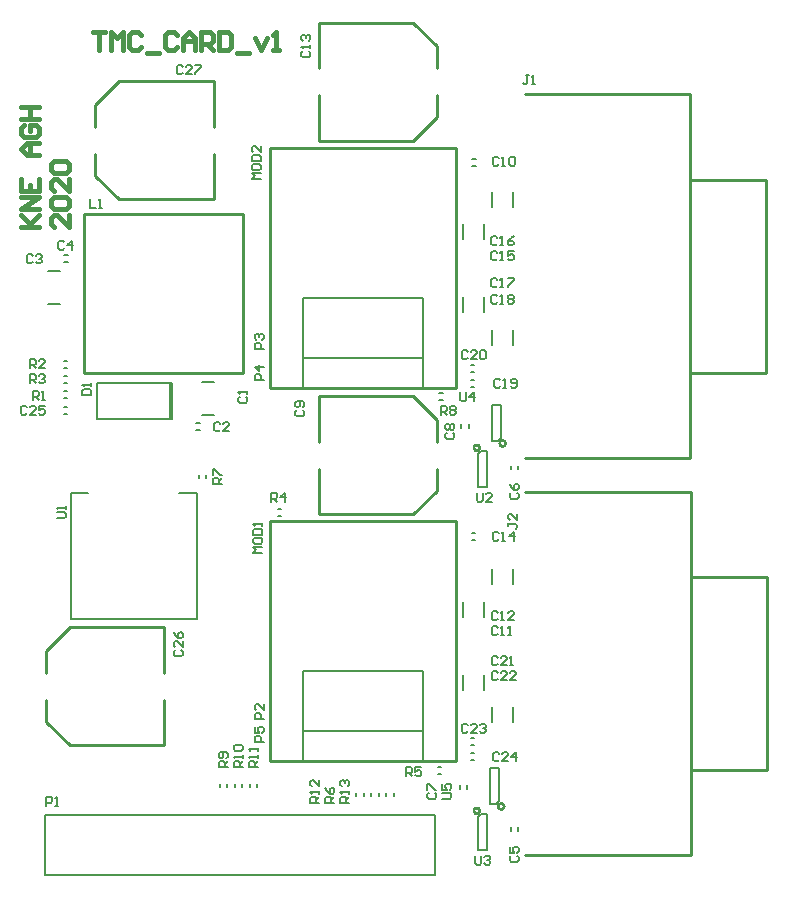
<source format=gto>
G04*
G04 #@! TF.GenerationSoftware,Altium Limited,Altium Designer,20.0.13 (296)*
G04*
G04 Layer_Color=65535*
%FSLAX25Y25*%
%MOIN*%
G70*
G01*
G75*
%ADD10C,0.01000*%
%ADD11C,0.00787*%
%ADD12C,0.00600*%
%ADD13C,0.01500*%
%ADD14C,0.00800*%
%ADD15R,0.01400X0.12000*%
D10*
X606047Y316486D02*
G03*
X606047Y316486I-1000J0D01*
G01*
X597453Y315014D02*
G03*
X597453Y315014I-1000J0D01*
G01*
X605547Y195486D02*
G03*
X605547Y195486I-1000J0D01*
G01*
X597453Y194014D02*
G03*
X597453Y194014I-1000J0D01*
G01*
X452815Y223689D02*
Y231000D01*
Y240000D02*
Y247311D01*
X492185Y240000D02*
Y255185D01*
Y215815D02*
Y231000D01*
X460689Y255185D02*
X492185D01*
X452815Y247311D02*
X460689Y255185D01*
Y215815D02*
X492185D01*
X452815Y223689D02*
X460689Y215815D01*
X469315Y405689D02*
Y413000D01*
Y422000D02*
Y429311D01*
X508685Y422000D02*
Y437185D01*
Y397815D02*
Y413000D01*
X477189Y437185D02*
X508685D01*
X469315Y429311D02*
X477189Y437185D01*
Y397815D02*
X508685D01*
X469315Y405689D02*
X477189Y397815D01*
X527500Y335000D02*
X589500Y335000D01*
Y415000D01*
X527500D02*
X589500D01*
X527500Y335000D02*
Y415000D01*
Y210500D02*
X589500Y210500D01*
Y290500D01*
X527500D02*
X589500D01*
X527500Y210500D02*
Y290500D01*
X575311Y332185D02*
X583185Y324311D01*
X543815Y332185D02*
X575311D01*
Y292815D02*
X583185Y300689D01*
X543815Y292815D02*
X575311D01*
X543815Y317000D02*
Y332185D01*
Y292815D02*
Y308000D01*
X583185Y300689D02*
Y308000D01*
Y317000D02*
Y324311D01*
X575311Y456685D02*
X583185Y448811D01*
X543815Y456685D02*
X575311D01*
Y417315D02*
X583185Y425189D01*
X543815Y417315D02*
X575311D01*
X543815Y441500D02*
Y456685D01*
Y417315D02*
Y432500D01*
X583185Y425189D02*
Y432500D01*
Y441500D02*
Y448811D01*
X667748Y179193D02*
Y300393D01*
X612600D02*
X667748D01*
X612600Y179193D02*
X667748D01*
X612600D02*
Y179293D01*
X667748Y207547D02*
X692984D01*
X693011D02*
Y271839D01*
X667748D02*
X693011D01*
X518575Y339925D02*
Y393075D01*
X465425D02*
X518575D01*
X465425Y353705D02*
Y393075D01*
Y339925D02*
Y353705D01*
Y339925D02*
X518575D01*
X667658Y404287D02*
X692921D01*
Y339996D02*
Y404287D01*
X667658Y339996D02*
X692894D01*
X612509Y311642D02*
Y311742D01*
Y311642D02*
X667658D01*
X612509Y432842D02*
X667658D01*
Y311642D02*
Y432842D01*
D11*
X538500Y240500D02*
X578500D01*
X538500Y220500D02*
X578500D01*
Y240500D01*
X538500Y220500D02*
Y240500D01*
X578500Y210500D02*
Y220500D01*
X538500Y210500D02*
X578500D01*
X538500Y220500D02*
X578500D01*
X538500Y210500D02*
Y220500D01*
X530055Y292319D02*
X531236D01*
X530055Y294681D02*
X531236D01*
X538500Y365000D02*
X578500D01*
X538500Y345000D02*
X578500D01*
Y365000D01*
X538500Y345000D02*
Y365000D01*
Y335000D02*
Y345000D01*
X578500D01*
X538500Y335000D02*
X578500D01*
Y345000D01*
X594909Y408819D02*
X596091D01*
X594909Y411181D02*
X596091D01*
X594410Y340319D02*
X595590D01*
X594410Y342681D02*
X595590D01*
X594410Y335319D02*
X595590D01*
X594410Y337681D02*
X595590D01*
X583910Y333181D02*
X585090D01*
X583910Y330819D02*
X585090D01*
X593681Y321764D02*
Y322945D01*
X591319Y321764D02*
Y322945D01*
X607819Y307909D02*
Y309090D01*
X610181Y307909D02*
Y309090D01*
X594764Y284319D02*
X595945D01*
X594764Y286681D02*
X595945D01*
X594410Y215819D02*
X595590D01*
X594410Y218181D02*
X595590D01*
X594410Y210819D02*
X595590D01*
X594410Y213181D02*
X595590D01*
X593181Y201409D02*
Y202591D01*
X590819Y201409D02*
Y202591D01*
X583410Y208681D02*
X584590D01*
X583410Y206319D02*
X584590D01*
X607819Y187409D02*
Y188591D01*
X610181Y187409D02*
Y188591D01*
X568681Y198909D02*
Y200091D01*
X566319Y198909D02*
Y200091D01*
X563681Y198909D02*
Y200091D01*
X561319Y198909D02*
Y200091D01*
X558681Y198909D02*
Y200091D01*
X556319Y198909D02*
Y200091D01*
X523181Y201909D02*
Y203091D01*
X520819Y201909D02*
Y203091D01*
X518181Y201909D02*
Y203091D01*
X515819Y201909D02*
Y203091D01*
X513181Y201909D02*
Y203091D01*
X510819Y201909D02*
Y203091D01*
X505000Y326000D02*
X509000D01*
X505000Y337000D02*
X509000D01*
X506181Y304909D02*
Y306090D01*
X503819Y304909D02*
Y306090D01*
X502910Y320819D02*
X504090D01*
X502910Y323181D02*
X504090D01*
X458819Y343862D02*
X460000D01*
X458819Y341500D02*
X460000D01*
X458819Y336500D02*
X460000D01*
X458819Y338862D02*
X460000D01*
X458819Y331500D02*
X460000D01*
X458819Y333862D02*
X460000D01*
X458819Y328681D02*
X460000D01*
X458819Y326319D02*
X460000D01*
X458910Y379181D02*
X460090D01*
X458910Y376819D02*
X460090D01*
X453500Y374000D02*
X457500D01*
X453500Y363000D02*
X457500D01*
X582500Y172500D02*
Y192500D01*
X452500Y172500D02*
Y192500D01*
X582500D01*
X452500Y172500D02*
X582500D01*
D12*
X608500Y395464D02*
Y400464D01*
X601500Y395464D02*
Y400464D01*
X599000Y384558D02*
Y389558D01*
X592000Y384558D02*
Y389558D01*
X599000Y360253D02*
Y365253D01*
X592000Y360253D02*
Y365253D01*
X608500Y349347D02*
Y354347D01*
X601500Y349347D02*
Y354347D01*
Y317450D02*
Y329450D01*
X604500D01*
Y318450D02*
Y329450D01*
X603500Y317450D02*
X604500Y318450D01*
X601500Y317450D02*
X603500D01*
X600000Y302050D02*
Y314050D01*
X597000Y302050D02*
X600000D01*
X597000D02*
Y313050D01*
X598000Y314050D01*
X600000D01*
X608500Y269653D02*
Y274653D01*
X601500Y269653D02*
Y274653D01*
X599000Y258747D02*
Y263747D01*
X592000Y258747D02*
Y263747D01*
X599000Y234442D02*
Y239442D01*
X592000Y234442D02*
Y239442D01*
X608500Y223536D02*
Y228536D01*
X601500Y223536D02*
Y228536D01*
X601000Y196450D02*
Y208450D01*
X604000D01*
Y197450D02*
Y208450D01*
X603000Y196450D02*
X604000Y197450D01*
X601000Y196450D02*
X603000D01*
X600000Y181050D02*
Y193050D01*
X597000Y181050D02*
X600000D01*
X597000D02*
Y192050D01*
X598000Y193050D01*
X600000D01*
X469800Y324500D02*
X494900D01*
X469800D02*
Y336500D01*
X494900D01*
X461200Y257900D02*
Y299900D01*
X503174D02*
X503227Y257900D01*
X497200Y299900D02*
X503174D01*
X461200D02*
X466700D01*
X461200Y257900D02*
X503227D01*
D13*
X444502Y388500D02*
X450500D01*
X448501D01*
X444502Y392499D01*
X447501Y389500D01*
X450500Y392499D01*
Y394498D02*
X444502D01*
X450500Y398497D01*
X444502D01*
Y404495D02*
Y400496D01*
X450500D01*
Y404495D01*
X447501Y400496D02*
Y402495D01*
X450500Y412492D02*
X446501D01*
X444502Y414492D01*
X446501Y416491D01*
X450500D01*
X447501D01*
Y412492D01*
X445502Y422489D02*
X444502Y421489D01*
Y419490D01*
X445502Y418490D01*
X449500D01*
X450500Y419490D01*
Y421489D01*
X449500Y422489D01*
X447501D01*
Y420490D01*
X444502Y424488D02*
X450500D01*
X447501D01*
Y428487D01*
X444502D01*
X450500D01*
X460500Y392499D02*
Y388500D01*
X456501Y392499D01*
X455502D01*
X454502Y391499D01*
Y389500D01*
X455502Y388500D01*
Y394498D02*
X454502Y395498D01*
Y397497D01*
X455502Y398497D01*
X459500D01*
X460500Y397497D01*
Y395498D01*
X459500Y394498D01*
X455502D01*
X460500Y404495D02*
Y400496D01*
X456501Y404495D01*
X455502D01*
X454502Y403495D01*
Y401496D01*
X455502Y400496D01*
Y406494D02*
X454502Y407494D01*
Y409493D01*
X455502Y410493D01*
X459500D01*
X460500Y409493D01*
Y407494D01*
X459500Y406494D01*
X455502D01*
X468500Y453498D02*
X472499D01*
X470499D01*
Y447500D01*
X474498D02*
Y453498D01*
X476497Y451498D01*
X478497Y453498D01*
Y447500D01*
X484495Y452498D02*
X483495Y453498D01*
X481496D01*
X480496Y452498D01*
Y448499D01*
X481496Y447500D01*
X483495D01*
X484495Y448499D01*
X486494Y446500D02*
X490493D01*
X496491Y452498D02*
X495491Y453498D01*
X493492D01*
X492492Y452498D01*
Y448499D01*
X493492Y447500D01*
X495491D01*
X496491Y448499D01*
X498490Y447500D02*
Y451498D01*
X500490Y453498D01*
X502489Y451498D01*
Y447500D01*
Y450499D01*
X498490D01*
X504488Y447500D02*
Y453498D01*
X507487D01*
X508487Y452498D01*
Y450499D01*
X507487Y449499D01*
X504488D01*
X506488D02*
X508487Y447500D01*
X510486Y453498D02*
Y447500D01*
X513485D01*
X514485Y448499D01*
Y452498D01*
X513485Y453498D01*
X510486D01*
X516484Y446500D02*
X520483D01*
X522482Y451498D02*
X524482Y447500D01*
X526481Y451498D01*
X528481Y447500D02*
X530480D01*
X529480D01*
Y453498D01*
X528481Y452498D01*
D14*
X498501Y442000D02*
X498001Y442499D01*
X497001D01*
X496501Y442000D01*
Y440000D01*
X497001Y439501D01*
X498001D01*
X498501Y440000D01*
X501500Y439501D02*
X499500D01*
X501500Y441500D01*
Y442000D01*
X501000Y442499D01*
X500000D01*
X499500Y442000D01*
X502499Y442499D02*
X504499D01*
Y442000D01*
X502499Y440000D01*
Y439501D01*
X496000Y247501D02*
X495501Y247001D01*
Y246001D01*
X496000Y245501D01*
X498000D01*
X498499Y246001D01*
Y247001D01*
X498000Y247501D01*
X498499Y250500D02*
Y248500D01*
X496500Y250500D01*
X496000D01*
X495501Y250000D01*
Y249000D01*
X496000Y248500D01*
X495501Y253499D02*
X496000Y252499D01*
X497000Y251499D01*
X498000D01*
X498499Y251999D01*
Y252999D01*
X498000Y253499D01*
X497500D01*
X497000Y252999D01*
Y251499D01*
X446501Y328500D02*
X446001Y328999D01*
X445001D01*
X444501Y328500D01*
Y326500D01*
X445001Y326000D01*
X446001D01*
X446501Y326500D01*
X449500Y326000D02*
X447500D01*
X449500Y328000D01*
Y328500D01*
X449000Y328999D01*
X448000D01*
X447500Y328500D01*
X452499Y328999D02*
X450499D01*
Y327500D01*
X451499Y328000D01*
X451999D01*
X452499Y327500D01*
Y326500D01*
X451999Y326000D01*
X450999D01*
X450499Y326500D01*
X524500Y404502D02*
X521500D01*
X522500Y405502D01*
X521500Y406501D01*
X524500D01*
X521500Y409000D02*
Y408001D01*
X522000Y407501D01*
X524000D01*
X524500Y408001D01*
Y409000D01*
X524000Y409500D01*
X522000D01*
X521500Y409000D01*
Y410500D02*
X524500D01*
Y411999D01*
X524000Y412499D01*
X522000D01*
X521500Y411999D01*
Y410500D01*
X524500Y415498D02*
Y413499D01*
X522500Y415498D01*
X522000D01*
X521500Y414998D01*
Y413999D01*
X522000Y413499D01*
X525000Y280002D02*
X522001D01*
X523000Y281001D01*
X522001Y282001D01*
X525000D01*
X522001Y284500D02*
Y283501D01*
X522500Y283001D01*
X524500D01*
X525000Y283501D01*
Y284500D01*
X524500Y285000D01*
X522500D01*
X522001Y284500D01*
Y286000D02*
X525000D01*
Y287499D01*
X524500Y287999D01*
X522500D01*
X522001Y287499D01*
Y286000D01*
X525000Y288999D02*
Y289998D01*
Y289498D01*
X522001D01*
X522500Y288999D01*
X585001Y198001D02*
X587500D01*
X587999Y198501D01*
Y199500D01*
X587500Y200000D01*
X585001D01*
Y202999D02*
Y201000D01*
X586500D01*
X586000Y201999D01*
Y202499D01*
X586500Y202999D01*
X587500D01*
X587999Y202499D01*
Y201500D01*
X587500Y201000D01*
X591001Y333500D02*
Y331000D01*
X591501Y330501D01*
X592500D01*
X593000Y331000D01*
Y333500D01*
X595499Y330501D02*
Y333500D01*
X594000Y332000D01*
X595999D01*
X596001Y178999D02*
Y176500D01*
X596501Y176000D01*
X597500D01*
X598000Y176500D01*
Y178999D01*
X599000Y178500D02*
X599500Y178999D01*
X600499D01*
X600999Y178500D01*
Y178000D01*
X600499Y177500D01*
X600000D01*
X600499D01*
X600999Y177000D01*
Y176500D01*
X600499Y176000D01*
X599500D01*
X599000Y176500D01*
X596501Y299999D02*
Y297500D01*
X597001Y297001D01*
X598000D01*
X598500Y297500D01*
Y299999D01*
X601499Y297001D02*
X599500D01*
X601499Y299000D01*
Y299500D01*
X600999Y299999D01*
X600000D01*
X599500Y299500D01*
X554000Y196751D02*
X551000D01*
Y198251D01*
X551500Y198751D01*
X552500D01*
X553000Y198251D01*
Y196751D01*
Y197751D02*
X554000Y198751D01*
Y199750D02*
Y200750D01*
Y200250D01*
X551000D01*
X551500Y199750D01*
Y202249D02*
X551000Y202749D01*
Y203749D01*
X551500Y204249D01*
X552000D01*
X552500Y203749D01*
Y203249D01*
Y203749D01*
X553000Y204249D01*
X553500D01*
X554000Y203749D01*
Y202749D01*
X553500Y202249D01*
X543999Y196751D02*
X541001D01*
Y198251D01*
X541500Y198751D01*
X542500D01*
X543000Y198251D01*
Y196751D01*
Y197751D02*
X543999Y198751D01*
Y199750D02*
Y200750D01*
Y200250D01*
X541001D01*
X541500Y199750D01*
X543999Y204249D02*
Y202249D01*
X542000Y204249D01*
X541500D01*
X541001Y203749D01*
Y202749D01*
X541500Y202249D01*
X549000Y196751D02*
X546000D01*
Y198251D01*
X546500Y198751D01*
X547500D01*
X548000Y198251D01*
Y196751D01*
Y197751D02*
X549000Y198751D01*
X546000Y201750D02*
X546500Y200750D01*
X547500Y199750D01*
X548500D01*
X549000Y200250D01*
Y201250D01*
X548500Y201750D01*
X548000D01*
X547500Y201250D01*
Y199750D01*
X573001Y205501D02*
Y208500D01*
X574500D01*
X575000Y208000D01*
Y207000D01*
X574500Y206500D01*
X573001D01*
X574001D02*
X575000Y205501D01*
X577999Y208500D02*
X576000D01*
Y207000D01*
X577000Y207500D01*
X577499D01*
X577999Y207000D01*
Y206000D01*
X577499Y205501D01*
X576500D01*
X576000Y206000D01*
X528001Y297001D02*
Y299999D01*
X529500D01*
X530000Y299500D01*
Y298500D01*
X529500Y298000D01*
X528001D01*
X529001D02*
X530000Y297001D01*
X532499D02*
Y299999D01*
X531000Y298500D01*
X532999D01*
X447500Y336501D02*
Y339499D01*
X449000D01*
X449500Y339000D01*
Y338000D01*
X449000Y337500D01*
X447500D01*
X448500D02*
X449500Y336501D01*
X450499Y339000D02*
X450999Y339499D01*
X451999D01*
X452499Y339000D01*
Y338500D01*
X451999Y338000D01*
X451499D01*
X451999D01*
X452499Y337500D01*
Y337000D01*
X451999Y336501D01*
X450999D01*
X450499Y337000D01*
X447500Y341500D02*
Y344499D01*
X449000D01*
X449500Y344000D01*
Y343000D01*
X449000Y342500D01*
X447500D01*
X448500D02*
X449500Y341500D01*
X452499D02*
X450499D01*
X452499Y343500D01*
Y344000D01*
X451999Y344499D01*
X450999D01*
X450499Y344000D01*
X525499Y217001D02*
X522501D01*
Y218500D01*
X523000Y219000D01*
X524000D01*
X524500Y218500D01*
Y217001D01*
X522501Y221999D02*
Y220000D01*
X524000D01*
X523500Y221000D01*
Y221499D01*
X524000Y221999D01*
X525000D01*
X525499Y221499D01*
Y220500D01*
X525000Y220000D01*
X525499Y224501D02*
X522501D01*
Y226000D01*
X523000Y226500D01*
X524000D01*
X524500Y226000D01*
Y224501D01*
X525499Y229499D02*
Y227500D01*
X523500Y229499D01*
X523000D01*
X522501Y228999D01*
Y228000D01*
X523000Y227500D01*
X452900Y195700D02*
Y198699D01*
X454399D01*
X454899Y198199D01*
Y197199D01*
X454399Y196700D01*
X452900D01*
X455899Y195700D02*
X456899D01*
X456399D01*
Y198699D01*
X455899Y198199D01*
X607000Y290000D02*
Y289001D01*
Y289500D01*
X609500D01*
X610000Y289001D01*
Y288501D01*
X609500Y288001D01*
X610000Y292999D02*
Y291000D01*
X608000Y292999D01*
X607500D01*
X607000Y292499D01*
Y291500D01*
X607500Y291000D01*
X613699Y439188D02*
X612700D01*
X613200D01*
Y436689D01*
X612700Y436189D01*
X612200D01*
X611700Y436689D01*
X614699Y436189D02*
X615699D01*
X615199D01*
Y439188D01*
X614699Y438688D01*
X604001Y213000D02*
X603501Y213499D01*
X602501D01*
X602001Y213000D01*
Y211000D01*
X602501Y210501D01*
X603501D01*
X604001Y211000D01*
X607000Y210501D02*
X605000D01*
X607000Y212500D01*
Y213000D01*
X606500Y213499D01*
X605500D01*
X605000Y213000D01*
X609499Y210501D02*
Y213499D01*
X607999Y212000D01*
X609999D01*
X593501Y222500D02*
X593001Y223000D01*
X592001D01*
X591501Y222500D01*
Y220500D01*
X592001Y220001D01*
X593001D01*
X593501Y220500D01*
X596500Y220001D02*
X594500D01*
X596500Y222000D01*
Y222500D01*
X596000Y223000D01*
X595000D01*
X594500Y222500D01*
X597499D02*
X597999Y223000D01*
X598999D01*
X599499Y222500D01*
Y222000D01*
X598999Y221500D01*
X598499D01*
X598999D01*
X599499Y221000D01*
Y220500D01*
X598999Y220001D01*
X597999D01*
X597499Y220500D01*
X603501Y240000D02*
X603001Y240499D01*
X602001D01*
X601501Y240000D01*
Y238000D01*
X602001Y237501D01*
X603001D01*
X603501Y238000D01*
X606499Y237501D02*
X604500D01*
X606499Y239500D01*
Y240000D01*
X606000Y240499D01*
X605000D01*
X604500Y240000D01*
X609499Y237501D02*
X607499D01*
X609499Y239500D01*
Y240000D01*
X608999Y240499D01*
X607999D01*
X607499Y240000D01*
X603501Y245000D02*
X603001Y245499D01*
X602001D01*
X601501Y245000D01*
Y243000D01*
X602001Y242500D01*
X603001D01*
X603501Y243000D01*
X606499Y242500D02*
X604500D01*
X606499Y244500D01*
Y245000D01*
X606000Y245499D01*
X605000D01*
X604500Y245000D01*
X607499Y242500D02*
X608499D01*
X607999D01*
Y245499D01*
X607499Y245000D01*
X603501Y260000D02*
X603001Y260500D01*
X602001D01*
X601501Y260000D01*
Y258000D01*
X602001Y257501D01*
X603001D01*
X603501Y258000D01*
X604500Y257501D02*
X605500D01*
X605000D01*
Y260500D01*
X604500Y260000D01*
X608999Y257501D02*
X606999D01*
X608999Y259500D01*
Y260000D01*
X608499Y260500D01*
X607499D01*
X606999Y260000D01*
X603501Y255000D02*
X603001Y255500D01*
X602001D01*
X601501Y255000D01*
Y253000D01*
X602001Y252501D01*
X603001D01*
X603501Y253000D01*
X604500Y252501D02*
X605500D01*
X605000D01*
Y255500D01*
X604500Y255000D01*
X606999Y252501D02*
X607999D01*
X607499D01*
Y255500D01*
X606999Y255000D01*
X603751Y411500D02*
X603251Y412000D01*
X602251D01*
X601751Y411500D01*
Y409500D01*
X602251Y409000D01*
X603251D01*
X603751Y409500D01*
X604750Y409000D02*
X605750D01*
X605250D01*
Y412000D01*
X604750Y411500D01*
X607249D02*
X607749Y412000D01*
X608749D01*
X609249Y411500D01*
Y409500D01*
X608749Y409000D01*
X607749D01*
X607249Y409500D01*
Y411500D01*
X536500Y327500D02*
X536000Y327000D01*
Y326001D01*
X536500Y325501D01*
X538500D01*
X539000Y326001D01*
Y327000D01*
X538500Y327500D01*
Y328500D02*
X539000Y329000D01*
Y329999D01*
X538500Y330499D01*
X536500D01*
X536000Y329999D01*
Y329000D01*
X536500Y328500D01*
X537000D01*
X537500Y329000D01*
Y330499D01*
X586500Y320000D02*
X586000Y319500D01*
Y318501D01*
X586500Y318001D01*
X588500D01*
X589000Y318501D01*
Y319500D01*
X588500Y320000D01*
X586500Y321000D02*
X586000Y321500D01*
Y322499D01*
X586500Y322999D01*
X587000D01*
X587500Y322499D01*
X588000Y322999D01*
X588500D01*
X589000Y322499D01*
Y321500D01*
X588500Y321000D01*
X588000D01*
X587500Y321500D01*
X587000Y321000D01*
X586500D01*
X587500Y321500D02*
Y322499D01*
X580500Y200000D02*
X580000Y199500D01*
Y198501D01*
X580500Y198001D01*
X582500D01*
X583000Y198501D01*
Y199500D01*
X582500Y200000D01*
X580000Y201000D02*
Y202999D01*
X580500D01*
X582500Y201000D01*
X583000D01*
X608000Y300000D02*
X607501Y299500D01*
Y298501D01*
X608000Y298001D01*
X610000D01*
X610499Y298501D01*
Y299500D01*
X610000Y300000D01*
X607501Y302999D02*
X608000Y301999D01*
X609000Y301000D01*
X610000D01*
X610499Y301500D01*
Y302499D01*
X610000Y302999D01*
X609500D01*
X609000Y302499D01*
Y301000D01*
X608000Y179000D02*
X607501Y178500D01*
Y177501D01*
X608000Y177001D01*
X610000D01*
X610499Y177501D01*
Y178500D01*
X610000Y179000D01*
X607501Y181999D02*
Y180000D01*
X609000D01*
X608500Y181000D01*
Y181499D01*
X609000Y181999D01*
X610000D01*
X610499Y181499D01*
Y180500D01*
X610000Y180000D01*
X456500Y291501D02*
X459000D01*
X459500Y292001D01*
Y293000D01*
X459000Y293500D01*
X456500D01*
X459500Y294500D02*
Y295499D01*
Y295000D01*
X456500D01*
X457000Y294500D01*
X523499Y208501D02*
X520501D01*
Y210000D01*
X521000Y210500D01*
X522000D01*
X522500Y210000D01*
Y208501D01*
Y209501D02*
X523499Y210500D01*
Y211500D02*
Y212499D01*
Y212000D01*
X520501D01*
X521000Y211500D01*
X523499Y213999D02*
Y214999D01*
Y214499D01*
X520501D01*
X521000Y213999D01*
X518500Y208501D02*
X515500D01*
Y210000D01*
X516000Y210500D01*
X517000D01*
X517500Y210000D01*
Y208501D01*
Y209501D02*
X518500Y210500D01*
Y211500D02*
Y212499D01*
Y212000D01*
X515500D01*
X516000Y211500D01*
Y213999D02*
X515500Y214499D01*
Y215498D01*
X516000Y215998D01*
X518000D01*
X518500Y215498D01*
Y214499D01*
X518000Y213999D01*
X516000D01*
X513499Y208501D02*
X510500D01*
Y210000D01*
X511000Y210500D01*
X512000D01*
X512500Y210000D01*
Y208501D01*
Y209501D02*
X513499Y210500D01*
X513000Y211500D02*
X513499Y212000D01*
Y212999D01*
X513000Y213499D01*
X511000D01*
X510500Y212999D01*
Y212000D01*
X511000Y211500D01*
X511500D01*
X512000Y212000D01*
Y213499D01*
X584501Y326000D02*
Y328999D01*
X586000D01*
X586500Y328500D01*
Y327500D01*
X586000Y327000D01*
X584501D01*
X585500D02*
X586500Y326000D01*
X587500Y328500D02*
X588000Y328999D01*
X588999D01*
X589499Y328500D01*
Y328000D01*
X588999Y327500D01*
X589499Y327000D01*
Y326500D01*
X588999Y326000D01*
X588000D01*
X587500Y326500D01*
Y327000D01*
X588000Y327500D01*
X587500Y328000D01*
Y328500D01*
X588000Y327500D02*
X588999D01*
X511500Y303001D02*
X508500D01*
Y304500D01*
X509000Y305000D01*
X510000D01*
X510500Y304500D01*
Y303001D01*
Y304000D02*
X511500Y305000D01*
X508500Y306000D02*
Y307999D01*
X509000D01*
X511000Y306000D01*
X511500D01*
X448500Y331000D02*
Y333999D01*
X450000D01*
X450499Y333500D01*
Y332500D01*
X450000Y332000D01*
X448500D01*
X449500D02*
X450499Y331000D01*
X451499D02*
X452499D01*
X451999D01*
Y333999D01*
X451499Y333500D01*
X525499Y337501D02*
X522501D01*
Y339000D01*
X523000Y339500D01*
X524000D01*
X524500Y339000D01*
Y337501D01*
X525499Y341999D02*
X522501D01*
X524000Y340500D01*
Y342499D01*
X525499Y348001D02*
X522501D01*
Y349500D01*
X523000Y350000D01*
X524000D01*
X524500Y349500D01*
Y348001D01*
X523000Y351000D02*
X522501Y351500D01*
Y352499D01*
X523000Y352999D01*
X523500D01*
X524000Y352499D01*
Y351999D01*
Y352499D01*
X524500Y352999D01*
X525000D01*
X525499Y352499D01*
Y351500D01*
X525000Y351000D01*
X467501Y398000D02*
Y395001D01*
X469500D01*
X470500D02*
X471499D01*
X470999D01*
Y398000D01*
X470500Y397500D01*
X465000Y332501D02*
X468000D01*
Y334000D01*
X467500Y334500D01*
X465500D01*
X465000Y334000D01*
Y332501D01*
X468000Y335500D02*
Y336499D01*
Y335999D01*
X465000D01*
X465500Y335500D01*
X593501Y347000D02*
X593001Y347499D01*
X592001D01*
X591501Y347000D01*
Y345000D01*
X592001Y344500D01*
X593001D01*
X593501Y345000D01*
X596500Y344500D02*
X594500D01*
X596500Y346500D01*
Y347000D01*
X596000Y347499D01*
X595000D01*
X594500Y347000D01*
X597499D02*
X597999Y347499D01*
X598999D01*
X599499Y347000D01*
Y345000D01*
X598999Y344500D01*
X597999D01*
X597499Y345000D01*
Y347000D01*
X604251Y337500D02*
X603751Y338000D01*
X602751D01*
X602251Y337500D01*
Y335500D01*
X602751Y335000D01*
X603751D01*
X604251Y335500D01*
X605250Y335000D02*
X606250D01*
X605750D01*
Y338000D01*
X605250Y337500D01*
X607749Y335500D02*
X608249Y335000D01*
X609249D01*
X609749Y335500D01*
Y337500D01*
X609249Y338000D01*
X608249D01*
X607749Y337500D01*
Y337000D01*
X608249Y336500D01*
X609749D01*
X603251Y365500D02*
X602751Y366000D01*
X601751D01*
X601251Y365500D01*
Y363500D01*
X601751Y363000D01*
X602751D01*
X603251Y363500D01*
X604250Y363000D02*
X605250D01*
X604750D01*
Y366000D01*
X604250Y365500D01*
X606749D02*
X607249Y366000D01*
X608249D01*
X608749Y365500D01*
Y365000D01*
X608249Y364500D01*
X608749Y364000D01*
Y363500D01*
X608249Y363000D01*
X607249D01*
X606749Y363500D01*
Y364000D01*
X607249Y364500D01*
X606749Y365000D01*
Y365500D01*
X607249Y364500D02*
X608249D01*
X603251Y371000D02*
X602751Y371499D01*
X601751D01*
X601251Y371000D01*
Y369000D01*
X601751Y368500D01*
X602751D01*
X603251Y369000D01*
X604250Y368500D02*
X605250D01*
X604750D01*
Y371499D01*
X604250Y371000D01*
X606749Y371499D02*
X608749D01*
Y371000D01*
X606749Y369000D01*
Y368500D01*
X603251Y385000D02*
X602751Y385500D01*
X601751D01*
X601251Y385000D01*
Y383000D01*
X601751Y382501D01*
X602751D01*
X603251Y383000D01*
X604250Y382501D02*
X605250D01*
X604750D01*
Y385500D01*
X604250Y385000D01*
X608749Y385500D02*
X607749Y385000D01*
X606749Y384000D01*
Y383000D01*
X607249Y382501D01*
X608249D01*
X608749Y383000D01*
Y383500D01*
X608249Y384000D01*
X606749D01*
X603251Y380000D02*
X602751Y380500D01*
X601751D01*
X601251Y380000D01*
Y378000D01*
X601751Y377501D01*
X602751D01*
X603251Y378000D01*
X604250Y377501D02*
X605250D01*
X604750D01*
Y380500D01*
X604250Y380000D01*
X608749Y380500D02*
X606749D01*
Y379000D01*
X607749Y379500D01*
X608249D01*
X608749Y379000D01*
Y378000D01*
X608249Y377501D01*
X607249D01*
X606749Y378000D01*
X603751Y286500D02*
X603251Y287000D01*
X602251D01*
X601751Y286500D01*
Y284500D01*
X602251Y284000D01*
X603251D01*
X603751Y284500D01*
X604750Y284000D02*
X605750D01*
X605250D01*
Y287000D01*
X604750Y286500D01*
X608749Y284000D02*
Y287000D01*
X607249Y285500D01*
X609249D01*
X538500Y447251D02*
X538000Y446751D01*
Y445751D01*
X538500Y445251D01*
X540500D01*
X541000Y445751D01*
Y446751D01*
X540500Y447251D01*
X541000Y448250D02*
Y449250D01*
Y448750D01*
X538000D01*
X538500Y448250D01*
Y450749D02*
X538000Y451249D01*
Y452249D01*
X538500Y452749D01*
X539000D01*
X539500Y452249D01*
Y451749D01*
Y452249D01*
X540000Y452749D01*
X540500D01*
X541000Y452249D01*
Y451249D01*
X540500Y450749D01*
X459000Y383500D02*
X458500Y383999D01*
X457501D01*
X457001Y383500D01*
Y381500D01*
X457501Y381000D01*
X458500D01*
X459000Y381500D01*
X461499Y381000D02*
Y383999D01*
X460000Y382500D01*
X461999D01*
X448500Y379000D02*
X448000Y379500D01*
X447001D01*
X446501Y379000D01*
Y377000D01*
X447001Y376501D01*
X448000D01*
X448500Y377000D01*
X449500Y379000D02*
X450000Y379500D01*
X450999D01*
X451499Y379000D01*
Y378500D01*
X450999Y378000D01*
X450499D01*
X450999D01*
X451499Y377500D01*
Y377000D01*
X450999Y376501D01*
X450000D01*
X449500Y377000D01*
X511000Y323000D02*
X510500Y323499D01*
X509501D01*
X509001Y323000D01*
Y321000D01*
X509501Y320500D01*
X510500D01*
X511000Y321000D01*
X513999Y320500D02*
X512000D01*
X513999Y322500D01*
Y323000D01*
X513499Y323499D01*
X512500D01*
X512000Y323000D01*
X517500Y332000D02*
X517000Y331500D01*
Y330501D01*
X517500Y330001D01*
X519500D01*
X520000Y330501D01*
Y331500D01*
X519500Y332000D01*
X520000Y333000D02*
Y333999D01*
Y333500D01*
X517000D01*
X517500Y333000D01*
D15*
X494600Y330500D02*
D03*
M02*

</source>
